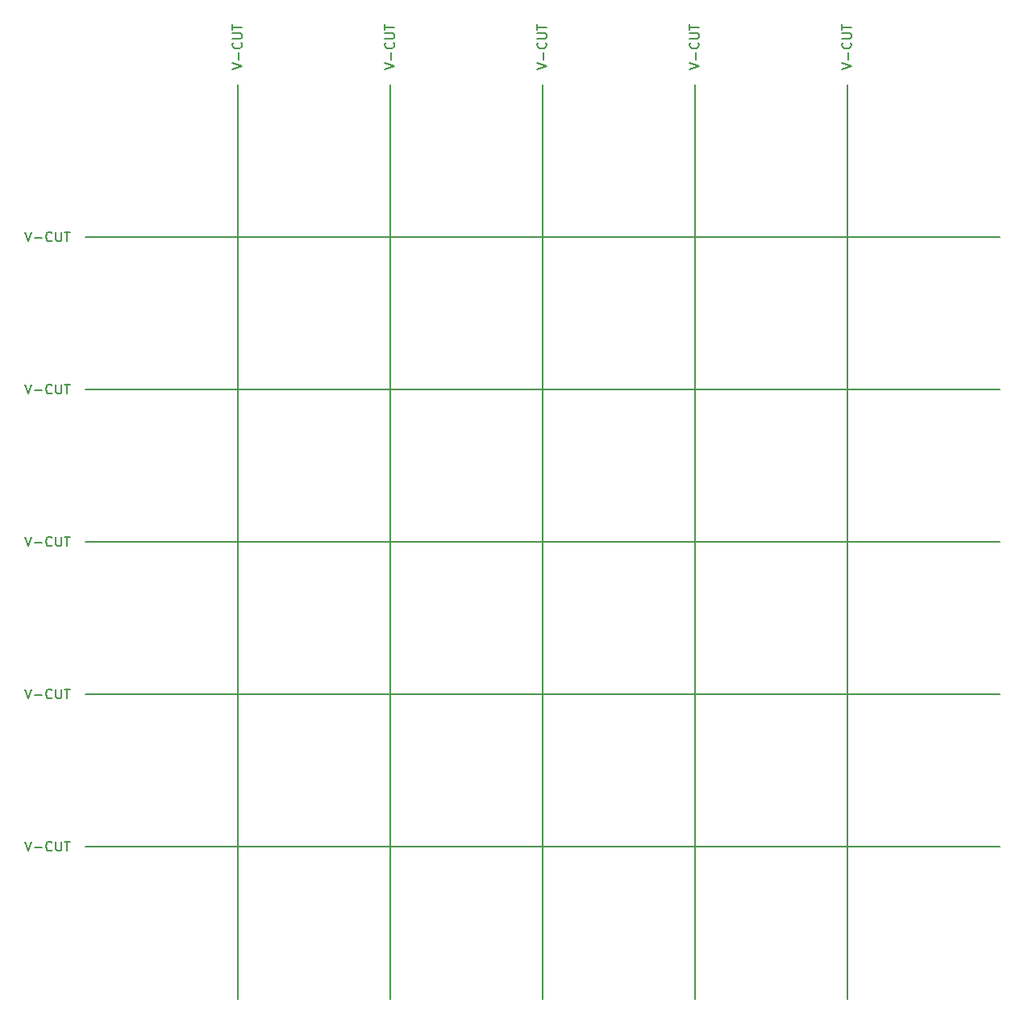
<source format=gbr>
G04 #@! TF.GenerationSoftware,KiCad,Pcbnew,7.0.2*
G04 #@! TF.CreationDate,2023-11-05T16:37:17-05:00*
G04 #@! TF.ProjectId,PokerTips,506f6b65-7254-4697-9073-2e6b69636164,rev?*
G04 #@! TF.SameCoordinates,Original*
G04 #@! TF.FileFunction,Other,ECO1*
%FSLAX46Y46*%
G04 Gerber Fmt 4.6, Leading zero omitted, Abs format (unit mm)*
G04 Created by KiCad (PCBNEW 7.0.2) date 2023-11-05 16:37:17*
%MOMM*%
%LPD*%
G01*
G04 APERTURE LIST*
%ADD10C,0.150000*%
G04 APERTURE END LIST*
D10*
X118000000Y-38000000D02*
X118000000Y-134000000D01*
X38000000Y-70000000D02*
X134000000Y-70000000D01*
X38000000Y-86000000D02*
X134000000Y-86000000D01*
X54000000Y-38000000D02*
X54000000Y-134000000D01*
X38000000Y-54000000D02*
X134000000Y-54000000D01*
X70000000Y-38000000D02*
X70000000Y-134000000D01*
X102000000Y-38000000D02*
X102000000Y-134000000D01*
X38000000Y-102000000D02*
X134000000Y-102000000D01*
X38000000Y-118000000D02*
X134000000Y-118000000D01*
X86000000Y-38000000D02*
X86000000Y-134000000D01*
X31690476Y-69462619D02*
X32023809Y-70462619D01*
X32023809Y-70462619D02*
X32357142Y-69462619D01*
X32690476Y-70081666D02*
X33452381Y-70081666D01*
X34499999Y-70367380D02*
X34452380Y-70415000D01*
X34452380Y-70415000D02*
X34309523Y-70462619D01*
X34309523Y-70462619D02*
X34214285Y-70462619D01*
X34214285Y-70462619D02*
X34071428Y-70415000D01*
X34071428Y-70415000D02*
X33976190Y-70319761D01*
X33976190Y-70319761D02*
X33928571Y-70224523D01*
X33928571Y-70224523D02*
X33880952Y-70034047D01*
X33880952Y-70034047D02*
X33880952Y-69891190D01*
X33880952Y-69891190D02*
X33928571Y-69700714D01*
X33928571Y-69700714D02*
X33976190Y-69605476D01*
X33976190Y-69605476D02*
X34071428Y-69510238D01*
X34071428Y-69510238D02*
X34214285Y-69462619D01*
X34214285Y-69462619D02*
X34309523Y-69462619D01*
X34309523Y-69462619D02*
X34452380Y-69510238D01*
X34452380Y-69510238D02*
X34499999Y-69557857D01*
X34928571Y-69462619D02*
X34928571Y-70272142D01*
X34928571Y-70272142D02*
X34976190Y-70367380D01*
X34976190Y-70367380D02*
X35023809Y-70415000D01*
X35023809Y-70415000D02*
X35119047Y-70462619D01*
X35119047Y-70462619D02*
X35309523Y-70462619D01*
X35309523Y-70462619D02*
X35404761Y-70415000D01*
X35404761Y-70415000D02*
X35452380Y-70367380D01*
X35452380Y-70367380D02*
X35499999Y-70272142D01*
X35499999Y-70272142D02*
X35499999Y-69462619D01*
X35833333Y-69462619D02*
X36404761Y-69462619D01*
X36119047Y-70462619D02*
X36119047Y-69462619D01*
X101462619Y-36404761D02*
X102462619Y-36071428D01*
X102462619Y-36071428D02*
X101462619Y-35738095D01*
X102081666Y-35404761D02*
X102081666Y-34642857D01*
X102367380Y-33595238D02*
X102415000Y-33642857D01*
X102415000Y-33642857D02*
X102462619Y-33785714D01*
X102462619Y-33785714D02*
X102462619Y-33880952D01*
X102462619Y-33880952D02*
X102415000Y-34023809D01*
X102415000Y-34023809D02*
X102319761Y-34119047D01*
X102319761Y-34119047D02*
X102224523Y-34166666D01*
X102224523Y-34166666D02*
X102034047Y-34214285D01*
X102034047Y-34214285D02*
X101891190Y-34214285D01*
X101891190Y-34214285D02*
X101700714Y-34166666D01*
X101700714Y-34166666D02*
X101605476Y-34119047D01*
X101605476Y-34119047D02*
X101510238Y-34023809D01*
X101510238Y-34023809D02*
X101462619Y-33880952D01*
X101462619Y-33880952D02*
X101462619Y-33785714D01*
X101462619Y-33785714D02*
X101510238Y-33642857D01*
X101510238Y-33642857D02*
X101557857Y-33595238D01*
X101462619Y-33166666D02*
X102272142Y-33166666D01*
X102272142Y-33166666D02*
X102367380Y-33119047D01*
X102367380Y-33119047D02*
X102415000Y-33071428D01*
X102415000Y-33071428D02*
X102462619Y-32976190D01*
X102462619Y-32976190D02*
X102462619Y-32785714D01*
X102462619Y-32785714D02*
X102415000Y-32690476D01*
X102415000Y-32690476D02*
X102367380Y-32642857D01*
X102367380Y-32642857D02*
X102272142Y-32595238D01*
X102272142Y-32595238D02*
X101462619Y-32595238D01*
X101462619Y-32261904D02*
X101462619Y-31690476D01*
X102462619Y-31976190D02*
X101462619Y-31976190D01*
X31690476Y-117462619D02*
X32023809Y-118462619D01*
X32023809Y-118462619D02*
X32357142Y-117462619D01*
X32690476Y-118081666D02*
X33452381Y-118081666D01*
X34499999Y-118367380D02*
X34452380Y-118415000D01*
X34452380Y-118415000D02*
X34309523Y-118462619D01*
X34309523Y-118462619D02*
X34214285Y-118462619D01*
X34214285Y-118462619D02*
X34071428Y-118415000D01*
X34071428Y-118415000D02*
X33976190Y-118319761D01*
X33976190Y-118319761D02*
X33928571Y-118224523D01*
X33928571Y-118224523D02*
X33880952Y-118034047D01*
X33880952Y-118034047D02*
X33880952Y-117891190D01*
X33880952Y-117891190D02*
X33928571Y-117700714D01*
X33928571Y-117700714D02*
X33976190Y-117605476D01*
X33976190Y-117605476D02*
X34071428Y-117510238D01*
X34071428Y-117510238D02*
X34214285Y-117462619D01*
X34214285Y-117462619D02*
X34309523Y-117462619D01*
X34309523Y-117462619D02*
X34452380Y-117510238D01*
X34452380Y-117510238D02*
X34499999Y-117557857D01*
X34928571Y-117462619D02*
X34928571Y-118272142D01*
X34928571Y-118272142D02*
X34976190Y-118367380D01*
X34976190Y-118367380D02*
X35023809Y-118415000D01*
X35023809Y-118415000D02*
X35119047Y-118462619D01*
X35119047Y-118462619D02*
X35309523Y-118462619D01*
X35309523Y-118462619D02*
X35404761Y-118415000D01*
X35404761Y-118415000D02*
X35452380Y-118367380D01*
X35452380Y-118367380D02*
X35499999Y-118272142D01*
X35499999Y-118272142D02*
X35499999Y-117462619D01*
X35833333Y-117462619D02*
X36404761Y-117462619D01*
X36119047Y-118462619D02*
X36119047Y-117462619D01*
X69462619Y-36404761D02*
X70462619Y-36071428D01*
X70462619Y-36071428D02*
X69462619Y-35738095D01*
X70081666Y-35404761D02*
X70081666Y-34642857D01*
X70367380Y-33595238D02*
X70415000Y-33642857D01*
X70415000Y-33642857D02*
X70462619Y-33785714D01*
X70462619Y-33785714D02*
X70462619Y-33880952D01*
X70462619Y-33880952D02*
X70415000Y-34023809D01*
X70415000Y-34023809D02*
X70319761Y-34119047D01*
X70319761Y-34119047D02*
X70224523Y-34166666D01*
X70224523Y-34166666D02*
X70034047Y-34214285D01*
X70034047Y-34214285D02*
X69891190Y-34214285D01*
X69891190Y-34214285D02*
X69700714Y-34166666D01*
X69700714Y-34166666D02*
X69605476Y-34119047D01*
X69605476Y-34119047D02*
X69510238Y-34023809D01*
X69510238Y-34023809D02*
X69462619Y-33880952D01*
X69462619Y-33880952D02*
X69462619Y-33785714D01*
X69462619Y-33785714D02*
X69510238Y-33642857D01*
X69510238Y-33642857D02*
X69557857Y-33595238D01*
X69462619Y-33166666D02*
X70272142Y-33166666D01*
X70272142Y-33166666D02*
X70367380Y-33119047D01*
X70367380Y-33119047D02*
X70415000Y-33071428D01*
X70415000Y-33071428D02*
X70462619Y-32976190D01*
X70462619Y-32976190D02*
X70462619Y-32785714D01*
X70462619Y-32785714D02*
X70415000Y-32690476D01*
X70415000Y-32690476D02*
X70367380Y-32642857D01*
X70367380Y-32642857D02*
X70272142Y-32595238D01*
X70272142Y-32595238D02*
X69462619Y-32595238D01*
X69462619Y-32261904D02*
X69462619Y-31690476D01*
X70462619Y-31976190D02*
X69462619Y-31976190D01*
X53462619Y-36404761D02*
X54462619Y-36071428D01*
X54462619Y-36071428D02*
X53462619Y-35738095D01*
X54081666Y-35404761D02*
X54081666Y-34642857D01*
X54367380Y-33595238D02*
X54415000Y-33642857D01*
X54415000Y-33642857D02*
X54462619Y-33785714D01*
X54462619Y-33785714D02*
X54462619Y-33880952D01*
X54462619Y-33880952D02*
X54415000Y-34023809D01*
X54415000Y-34023809D02*
X54319761Y-34119047D01*
X54319761Y-34119047D02*
X54224523Y-34166666D01*
X54224523Y-34166666D02*
X54034047Y-34214285D01*
X54034047Y-34214285D02*
X53891190Y-34214285D01*
X53891190Y-34214285D02*
X53700714Y-34166666D01*
X53700714Y-34166666D02*
X53605476Y-34119047D01*
X53605476Y-34119047D02*
X53510238Y-34023809D01*
X53510238Y-34023809D02*
X53462619Y-33880952D01*
X53462619Y-33880952D02*
X53462619Y-33785714D01*
X53462619Y-33785714D02*
X53510238Y-33642857D01*
X53510238Y-33642857D02*
X53557857Y-33595238D01*
X53462619Y-33166666D02*
X54272142Y-33166666D01*
X54272142Y-33166666D02*
X54367380Y-33119047D01*
X54367380Y-33119047D02*
X54415000Y-33071428D01*
X54415000Y-33071428D02*
X54462619Y-32976190D01*
X54462619Y-32976190D02*
X54462619Y-32785714D01*
X54462619Y-32785714D02*
X54415000Y-32690476D01*
X54415000Y-32690476D02*
X54367380Y-32642857D01*
X54367380Y-32642857D02*
X54272142Y-32595238D01*
X54272142Y-32595238D02*
X53462619Y-32595238D01*
X53462619Y-32261904D02*
X53462619Y-31690476D01*
X54462619Y-31976190D02*
X53462619Y-31976190D01*
X85462619Y-36404761D02*
X86462619Y-36071428D01*
X86462619Y-36071428D02*
X85462619Y-35738095D01*
X86081666Y-35404761D02*
X86081666Y-34642857D01*
X86367380Y-33595238D02*
X86415000Y-33642857D01*
X86415000Y-33642857D02*
X86462619Y-33785714D01*
X86462619Y-33785714D02*
X86462619Y-33880952D01*
X86462619Y-33880952D02*
X86415000Y-34023809D01*
X86415000Y-34023809D02*
X86319761Y-34119047D01*
X86319761Y-34119047D02*
X86224523Y-34166666D01*
X86224523Y-34166666D02*
X86034047Y-34214285D01*
X86034047Y-34214285D02*
X85891190Y-34214285D01*
X85891190Y-34214285D02*
X85700714Y-34166666D01*
X85700714Y-34166666D02*
X85605476Y-34119047D01*
X85605476Y-34119047D02*
X85510238Y-34023809D01*
X85510238Y-34023809D02*
X85462619Y-33880952D01*
X85462619Y-33880952D02*
X85462619Y-33785714D01*
X85462619Y-33785714D02*
X85510238Y-33642857D01*
X85510238Y-33642857D02*
X85557857Y-33595238D01*
X85462619Y-33166666D02*
X86272142Y-33166666D01*
X86272142Y-33166666D02*
X86367380Y-33119047D01*
X86367380Y-33119047D02*
X86415000Y-33071428D01*
X86415000Y-33071428D02*
X86462619Y-32976190D01*
X86462619Y-32976190D02*
X86462619Y-32785714D01*
X86462619Y-32785714D02*
X86415000Y-32690476D01*
X86415000Y-32690476D02*
X86367380Y-32642857D01*
X86367380Y-32642857D02*
X86272142Y-32595238D01*
X86272142Y-32595238D02*
X85462619Y-32595238D01*
X85462619Y-32261904D02*
X85462619Y-31690476D01*
X86462619Y-31976190D02*
X85462619Y-31976190D01*
X31690476Y-85462619D02*
X32023809Y-86462619D01*
X32023809Y-86462619D02*
X32357142Y-85462619D01*
X32690476Y-86081666D02*
X33452381Y-86081666D01*
X34499999Y-86367380D02*
X34452380Y-86415000D01*
X34452380Y-86415000D02*
X34309523Y-86462619D01*
X34309523Y-86462619D02*
X34214285Y-86462619D01*
X34214285Y-86462619D02*
X34071428Y-86415000D01*
X34071428Y-86415000D02*
X33976190Y-86319761D01*
X33976190Y-86319761D02*
X33928571Y-86224523D01*
X33928571Y-86224523D02*
X33880952Y-86034047D01*
X33880952Y-86034047D02*
X33880952Y-85891190D01*
X33880952Y-85891190D02*
X33928571Y-85700714D01*
X33928571Y-85700714D02*
X33976190Y-85605476D01*
X33976190Y-85605476D02*
X34071428Y-85510238D01*
X34071428Y-85510238D02*
X34214285Y-85462619D01*
X34214285Y-85462619D02*
X34309523Y-85462619D01*
X34309523Y-85462619D02*
X34452380Y-85510238D01*
X34452380Y-85510238D02*
X34499999Y-85557857D01*
X34928571Y-85462619D02*
X34928571Y-86272142D01*
X34928571Y-86272142D02*
X34976190Y-86367380D01*
X34976190Y-86367380D02*
X35023809Y-86415000D01*
X35023809Y-86415000D02*
X35119047Y-86462619D01*
X35119047Y-86462619D02*
X35309523Y-86462619D01*
X35309523Y-86462619D02*
X35404761Y-86415000D01*
X35404761Y-86415000D02*
X35452380Y-86367380D01*
X35452380Y-86367380D02*
X35499999Y-86272142D01*
X35499999Y-86272142D02*
X35499999Y-85462619D01*
X35833333Y-85462619D02*
X36404761Y-85462619D01*
X36119047Y-86462619D02*
X36119047Y-85462619D01*
X117462619Y-36404761D02*
X118462619Y-36071428D01*
X118462619Y-36071428D02*
X117462619Y-35738095D01*
X118081666Y-35404761D02*
X118081666Y-34642857D01*
X118367380Y-33595238D02*
X118415000Y-33642857D01*
X118415000Y-33642857D02*
X118462619Y-33785714D01*
X118462619Y-33785714D02*
X118462619Y-33880952D01*
X118462619Y-33880952D02*
X118415000Y-34023809D01*
X118415000Y-34023809D02*
X118319761Y-34119047D01*
X118319761Y-34119047D02*
X118224523Y-34166666D01*
X118224523Y-34166666D02*
X118034047Y-34214285D01*
X118034047Y-34214285D02*
X117891190Y-34214285D01*
X117891190Y-34214285D02*
X117700714Y-34166666D01*
X117700714Y-34166666D02*
X117605476Y-34119047D01*
X117605476Y-34119047D02*
X117510238Y-34023809D01*
X117510238Y-34023809D02*
X117462619Y-33880952D01*
X117462619Y-33880952D02*
X117462619Y-33785714D01*
X117462619Y-33785714D02*
X117510238Y-33642857D01*
X117510238Y-33642857D02*
X117557857Y-33595238D01*
X117462619Y-33166666D02*
X118272142Y-33166666D01*
X118272142Y-33166666D02*
X118367380Y-33119047D01*
X118367380Y-33119047D02*
X118415000Y-33071428D01*
X118415000Y-33071428D02*
X118462619Y-32976190D01*
X118462619Y-32976190D02*
X118462619Y-32785714D01*
X118462619Y-32785714D02*
X118415000Y-32690476D01*
X118415000Y-32690476D02*
X118367380Y-32642857D01*
X118367380Y-32642857D02*
X118272142Y-32595238D01*
X118272142Y-32595238D02*
X117462619Y-32595238D01*
X117462619Y-32261904D02*
X117462619Y-31690476D01*
X118462619Y-31976190D02*
X117462619Y-31976190D01*
X31690476Y-101462619D02*
X32023809Y-102462619D01*
X32023809Y-102462619D02*
X32357142Y-101462619D01*
X32690476Y-102081666D02*
X33452381Y-102081666D01*
X34499999Y-102367380D02*
X34452380Y-102415000D01*
X34452380Y-102415000D02*
X34309523Y-102462619D01*
X34309523Y-102462619D02*
X34214285Y-102462619D01*
X34214285Y-102462619D02*
X34071428Y-102415000D01*
X34071428Y-102415000D02*
X33976190Y-102319761D01*
X33976190Y-102319761D02*
X33928571Y-102224523D01*
X33928571Y-102224523D02*
X33880952Y-102034047D01*
X33880952Y-102034047D02*
X33880952Y-101891190D01*
X33880952Y-101891190D02*
X33928571Y-101700714D01*
X33928571Y-101700714D02*
X33976190Y-101605476D01*
X33976190Y-101605476D02*
X34071428Y-101510238D01*
X34071428Y-101510238D02*
X34214285Y-101462619D01*
X34214285Y-101462619D02*
X34309523Y-101462619D01*
X34309523Y-101462619D02*
X34452380Y-101510238D01*
X34452380Y-101510238D02*
X34499999Y-101557857D01*
X34928571Y-101462619D02*
X34928571Y-102272142D01*
X34928571Y-102272142D02*
X34976190Y-102367380D01*
X34976190Y-102367380D02*
X35023809Y-102415000D01*
X35023809Y-102415000D02*
X35119047Y-102462619D01*
X35119047Y-102462619D02*
X35309523Y-102462619D01*
X35309523Y-102462619D02*
X35404761Y-102415000D01*
X35404761Y-102415000D02*
X35452380Y-102367380D01*
X35452380Y-102367380D02*
X35499999Y-102272142D01*
X35499999Y-102272142D02*
X35499999Y-101462619D01*
X35833333Y-101462619D02*
X36404761Y-101462619D01*
X36119047Y-102462619D02*
X36119047Y-101462619D01*
X31690476Y-53462619D02*
X32023809Y-54462619D01*
X32023809Y-54462619D02*
X32357142Y-53462619D01*
X32690476Y-54081666D02*
X33452381Y-54081666D01*
X34499999Y-54367380D02*
X34452380Y-54415000D01*
X34452380Y-54415000D02*
X34309523Y-54462619D01*
X34309523Y-54462619D02*
X34214285Y-54462619D01*
X34214285Y-54462619D02*
X34071428Y-54415000D01*
X34071428Y-54415000D02*
X33976190Y-54319761D01*
X33976190Y-54319761D02*
X33928571Y-54224523D01*
X33928571Y-54224523D02*
X33880952Y-54034047D01*
X33880952Y-54034047D02*
X33880952Y-53891190D01*
X33880952Y-53891190D02*
X33928571Y-53700714D01*
X33928571Y-53700714D02*
X33976190Y-53605476D01*
X33976190Y-53605476D02*
X34071428Y-53510238D01*
X34071428Y-53510238D02*
X34214285Y-53462619D01*
X34214285Y-53462619D02*
X34309523Y-53462619D01*
X34309523Y-53462619D02*
X34452380Y-53510238D01*
X34452380Y-53510238D02*
X34499999Y-53557857D01*
X34928571Y-53462619D02*
X34928571Y-54272142D01*
X34928571Y-54272142D02*
X34976190Y-54367380D01*
X34976190Y-54367380D02*
X35023809Y-54415000D01*
X35023809Y-54415000D02*
X35119047Y-54462619D01*
X35119047Y-54462619D02*
X35309523Y-54462619D01*
X35309523Y-54462619D02*
X35404761Y-54415000D01*
X35404761Y-54415000D02*
X35452380Y-54367380D01*
X35452380Y-54367380D02*
X35499999Y-54272142D01*
X35499999Y-54272142D02*
X35499999Y-53462619D01*
X35833333Y-53462619D02*
X36404761Y-53462619D01*
X36119047Y-54462619D02*
X36119047Y-53462619D01*
M02*

</source>
